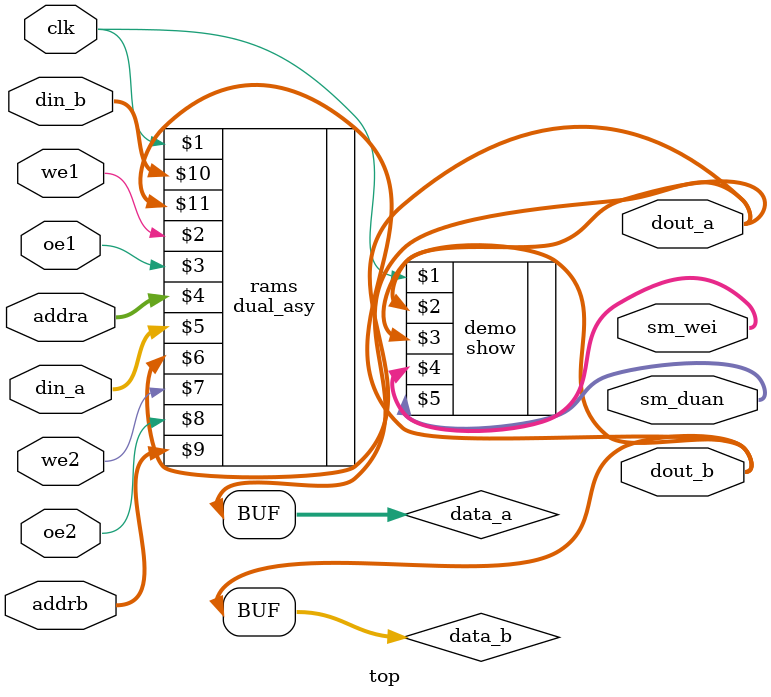
<source format=v>
`timescale 1ns / 1ps


module top(clk,we1,oe1,addra,din_a,dout_a,we2,oe2,addrb,din_b,dout_b,sm_duan,sm_wei);
    input clk;
    input we1,oe1;
    input[3:0] addra;
    input[1:0] din_a;
    output [1:0] dout_a;
    
    input we2,oe2;
    input[3:0] addrb;
    input[1:0] din_b;
    output [1:0] dout_b;
    
     output[3:0]sm_wei;
     output[7:0]sm_duan;
     wire [1:0]data_a;
     wire [1:0]data_b;
     assign data_a = dout_a;
     assign data_b = dout_b;
    dual_asy rams(clk,we1,oe1,addra,din_a,dout_a,we2,oe2,addrb,din_b,dout_b);
    show demo(clk,data_a,data_b,sm_wei,sm_duan);
endmodule
</source>
